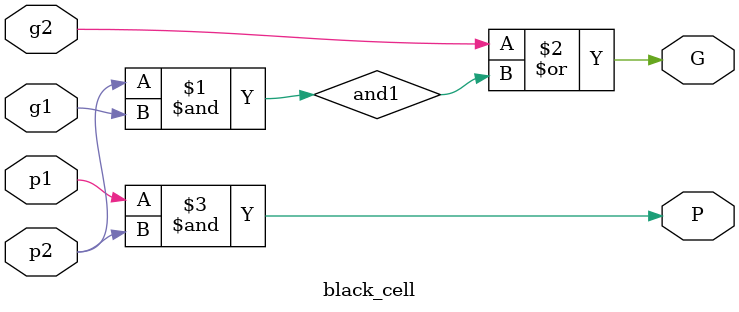
<source format=v>
module black_cell(p1, p2, g1, g2, G, P);
input  p1, p2, g1, g2;
output G, P;

// put your design here
wire and1;

and(and1,p2,g1);
or(G,g2,and1);
and(P,p1,p2);
endmodule
</source>
